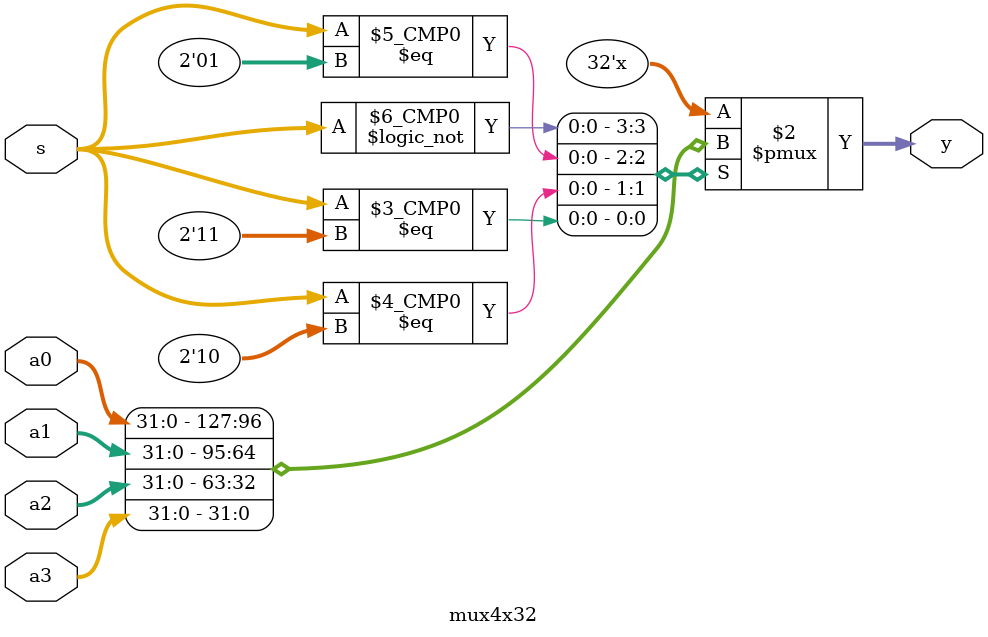
<source format=v>
module mux4x32 (a0, a1, a2, a3, s, y); // multiplexer, dataflow style
input [1:0] s;
input [31:0] a0, a1, a2, a3;
output reg [31:0] y; // output
always @(*)begin
case(s)
2'b00 : y = a0;
2'b01 : y = a1;
2'b10 : y = a2;
2'b11 : y = a3;
default : y = a0;
endcase
end
endmodule
</source>
